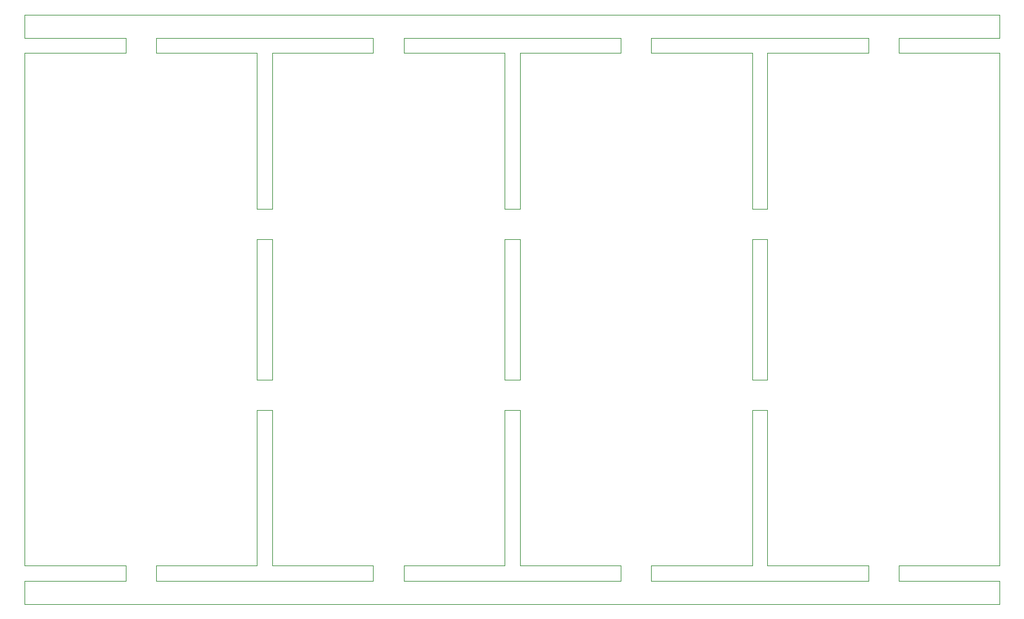
<source format=gm1>
G04 #@! TF.GenerationSoftware,KiCad,Pcbnew,7.0.1*
G04 #@! TF.CreationDate,2023-04-19T14:44:16-07:00*
G04 #@! TF.ProjectId,momentum_panel,6d6f6d65-6e74-4756-9d5f-70616e656c2e,A*
G04 #@! TF.SameCoordinates,Original*
G04 #@! TF.FileFunction,Profile,NP*
%FSLAX46Y46*%
G04 Gerber Fmt 4.6, Leading zero omitted, Abs format (unit mm)*
G04 Created by KiCad (PCBNEW 7.0.1) date 2023-04-19 14:44:16*
%MOMM*%
%LPD*%
G01*
G04 APERTURE LIST*
G04 #@! TA.AperFunction,Profile*
%ADD10C,0.100000*%
G04 #@! TD*
G04 APERTURE END LIST*
D10*
X97440000Y-72310000D02*
X110680000Y-72310000D01*
X0Y-74310000D02*
X0Y-77310000D01*
X64960000Y-25436666D02*
X63960000Y-25436666D01*
X62960000Y-47873333D02*
X62960000Y-29436666D01*
X17240000Y-74310000D02*
X17240000Y-72310000D01*
X127920000Y-5000000D02*
X114680000Y-5000000D01*
X97440000Y-25436666D02*
X96440000Y-25436666D01*
X13240000Y-74310000D02*
X0Y-74310000D01*
X127920000Y0D02*
X0Y0D01*
X127920000Y-77310000D02*
X127920000Y-74310000D01*
X32480000Y-25436666D02*
X31480000Y-25436666D01*
X110680000Y-5000000D02*
X97440000Y-5000000D01*
X82200000Y-3000000D02*
X110680000Y-3000000D01*
X30480000Y-72310000D02*
X30480000Y-51873333D01*
X17240000Y-3000000D02*
X45720000Y-3000000D01*
X63960000Y-25436666D02*
X62960000Y-25436666D01*
X95440000Y-51873333D02*
X96440000Y-51873333D01*
X78200000Y-5000000D02*
X64960000Y-5000000D01*
X64960000Y-72310000D02*
X78200000Y-72310000D01*
X127920000Y-3000000D02*
X127920000Y0D01*
X32480000Y-72310000D02*
X45720000Y-72310000D01*
X31480000Y-29436666D02*
X32480000Y-29436666D01*
X96440000Y-29436666D02*
X97440000Y-29436666D01*
X31480000Y-25436666D02*
X30480000Y-25436666D01*
X30480000Y-5000000D02*
X17240000Y-5000000D01*
X0Y-72310000D02*
X13240000Y-72310000D01*
X64960000Y-47873333D02*
X63960000Y-47873333D01*
X45720000Y-72310000D02*
X45720000Y-74310000D01*
X78200000Y-74310000D02*
X49720000Y-74310000D01*
X49720000Y-5000000D02*
X49720000Y-3000000D01*
X13240000Y-3000000D02*
X13240000Y-5000000D01*
X49720000Y-72310000D02*
X62960000Y-72310000D01*
X49720000Y-3000000D02*
X78200000Y-3000000D01*
X0Y-3000000D02*
X13240000Y-3000000D01*
X95440000Y-72310000D02*
X95440000Y-72310000D01*
X78200000Y-3000000D02*
X78200000Y-3000000D01*
X114680000Y-72310000D02*
X127920000Y-72310000D01*
X96440000Y-51873333D02*
X97440000Y-51873333D01*
X62960000Y-72310000D02*
X62960000Y-51873333D01*
X127920000Y0D02*
X127920000Y0D01*
X63960000Y-51873333D02*
X64960000Y-51873333D01*
X17240000Y-5000000D02*
X17240000Y-3000000D01*
X30480000Y-51873333D02*
X31480000Y-51873333D01*
X32480000Y-47873333D02*
X31480000Y-47873333D01*
X62960000Y-29436666D02*
X63960000Y-29436666D01*
X97440000Y-5000000D02*
X97440000Y-25436666D01*
X97440000Y-29436666D02*
X97440000Y-47873333D01*
X114680000Y-74310000D02*
X114680000Y-72310000D01*
X95440000Y-29436666D02*
X96440000Y-29436666D01*
X64960000Y-51873333D02*
X64960000Y-72310000D01*
X95440000Y-5000000D02*
X82200000Y-5000000D01*
X127920000Y-74310000D02*
X114680000Y-74310000D01*
X127920000Y-72310000D02*
X127920000Y-5000000D01*
X96440000Y-25436666D02*
X95440000Y-25436666D01*
X64960000Y-29436666D02*
X64960000Y-47873333D01*
X0Y0D02*
X0Y-3000000D01*
X64960000Y-5000000D02*
X64960000Y-25436666D01*
X114680000Y-3000000D02*
X127920000Y-3000000D01*
X45720000Y-5000000D02*
X32480000Y-5000000D01*
X63960000Y-29436666D02*
X63960000Y-29436666D01*
X97440000Y-47873333D02*
X96440000Y-47873333D01*
X114680000Y-5000000D02*
X114680000Y-3000000D01*
X31480000Y-51873333D02*
X32480000Y-51873333D01*
X32480000Y-51873333D02*
X32480000Y-72310000D01*
X110680000Y-72310000D02*
X110680000Y-74310000D01*
X30480000Y-72310000D02*
X30480000Y-72310000D01*
X96440000Y-47873333D02*
X95440000Y-47873333D01*
X0Y-5000000D02*
X0Y-72310000D01*
X62960000Y-5000000D02*
X49720000Y-5000000D01*
X110680000Y-3000000D02*
X110680000Y-3000000D01*
X30480000Y-47873333D02*
X30480000Y-29436666D01*
X78200000Y-72310000D02*
X78200000Y-74310000D01*
X45720000Y-3000000D02*
X45720000Y-5000000D01*
X45720000Y-3000000D02*
X45720000Y-3000000D01*
X97440000Y-51873333D02*
X97440000Y-72310000D01*
X62960000Y-51873333D02*
X63960000Y-51873333D01*
X13240000Y-5000000D02*
X0Y-5000000D01*
X13240000Y-72310000D02*
X13240000Y-74310000D01*
X110680000Y-74310000D02*
X82200000Y-74310000D01*
X62960000Y-25436666D02*
X62960000Y-5000000D01*
X78200000Y-3000000D02*
X78200000Y-5000000D01*
X82200000Y-72310000D02*
X95440000Y-72310000D01*
X31480000Y-47873333D02*
X30480000Y-47873333D01*
X0Y-77310000D02*
X127920000Y-77310000D01*
X17240000Y-72310000D02*
X30480000Y-72310000D01*
X32480000Y-47873333D02*
X32480000Y-47873333D01*
X82200000Y-5000000D02*
X82200000Y-3000000D01*
X63960000Y-29436666D02*
X64960000Y-29436666D01*
X45720000Y-74310000D02*
X17240000Y-74310000D01*
X62960000Y-72310000D02*
X62960000Y-72310000D01*
X110680000Y-3000000D02*
X110680000Y-5000000D01*
X95440000Y-47873333D02*
X95440000Y-29436666D01*
X97440000Y-47873333D02*
X97440000Y-47873333D01*
X95440000Y-25436666D02*
X95440000Y-5000000D01*
X82200000Y-74310000D02*
X82200000Y-72310000D01*
X32480000Y-5000000D02*
X32480000Y-25436666D01*
X32480000Y-29436666D02*
X32480000Y-47873333D01*
X63960000Y-47873333D02*
X62960000Y-47873333D01*
X95440000Y-72310000D02*
X95440000Y-51873333D01*
X49720000Y-74310000D02*
X49720000Y-72310000D01*
X30480000Y-29436666D02*
X31480000Y-29436666D01*
X30480000Y-25436666D02*
X30480000Y-5000000D01*
M02*

</source>
